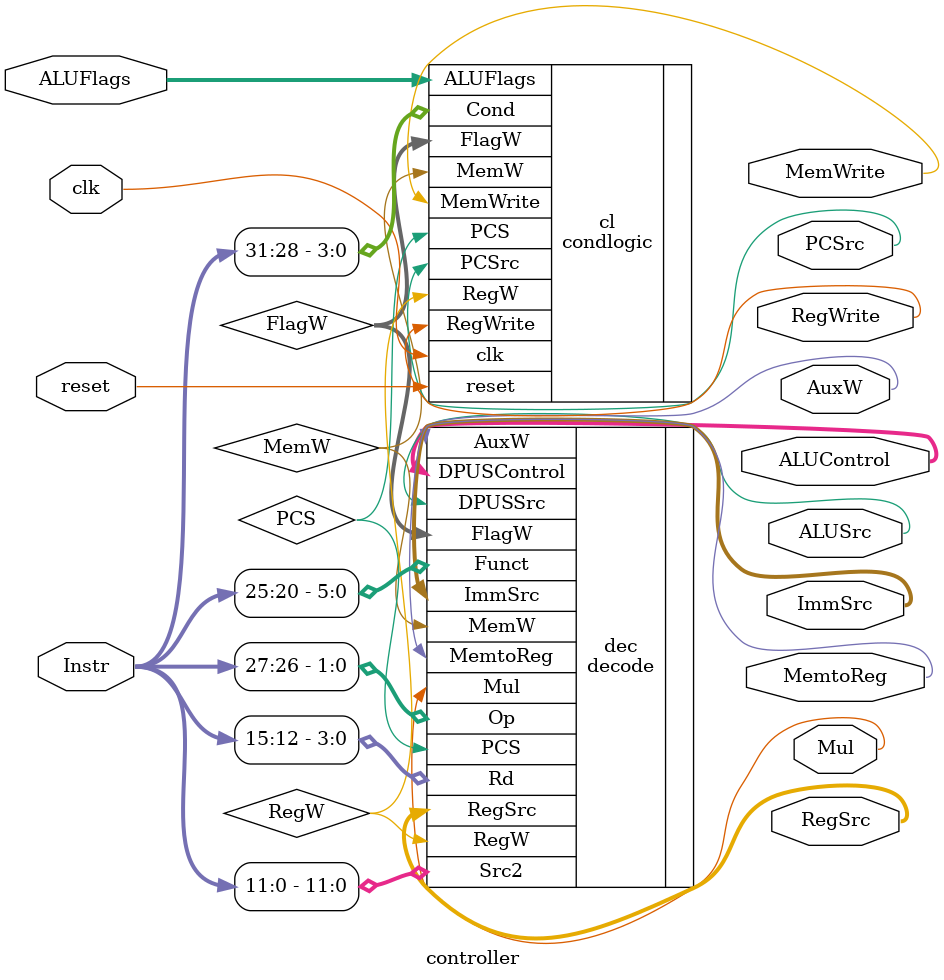
<source format=v>
module controller (
	clk,
	reset,
	Instr,
	ALUFlags,
	RegSrc,
	RegWrite,
	ImmSrc,
	ALUSrc,
	ALUControl,
	MemWrite,
	MemtoReg,
	AuxW,
	Mul,
	PCSrc
);
	input wire clk;
	input wire reset;
	// ADDED: Resize
	input wire [31:0] Instr;
	input wire [3:0] ALUFlags;
	output wire [1:0] RegSrc;
	output wire RegWrite;
	output wire [1:0] ImmSrc;
	output wire ALUSrc;
	// ADDED: Resize
	output wire [3:0] ALUControl;
	// ADDED: AuxW and Mul output from decode
	output wire AuxW;
	output wire Mul;
	output wire MemWrite;
	output wire MemtoReg;
	output wire PCSrc;
	wire [1:0] FlagW;
	wire PCS;
	wire RegW;
	wire MemW;
	decode dec(
		// Inputs
		.Op(Instr[27:26]),
		.Funct(Instr[25:20]),
		.Rd(Instr[15:12]),
		// ADDED: Src2 input to decode
		.Src2(Instr[11:0]),
		// Outputs
		.FlagW(FlagW),
		.PCS(PCS),
		.RegW(RegW),
		.MemW(MemW),
		// ADDED: AuxW and Mul output to decode
		.AuxW(AuxW),
		.Mul(Mul),
		.MemtoReg(MemtoReg),
		// ADDED: Rename to match new decode
		.DPUSSrc(ALUSrc),
		.ImmSrc(ImmSrc),
		.RegSrc(RegSrc),
		.DPUSControl(ALUControl)
	);
	condlogic cl(
		.clk(clk),
		.reset(reset),
		.Cond(Instr[31:28]),
		.ALUFlags(ALUFlags),
		.FlagW(FlagW),
		.PCS(PCS),
		.RegW(RegW),
		.MemW(MemW),
		.PCSrc(PCSrc),
		.RegWrite(RegWrite),
		.MemWrite(MemWrite)
	);
endmodule
</source>
